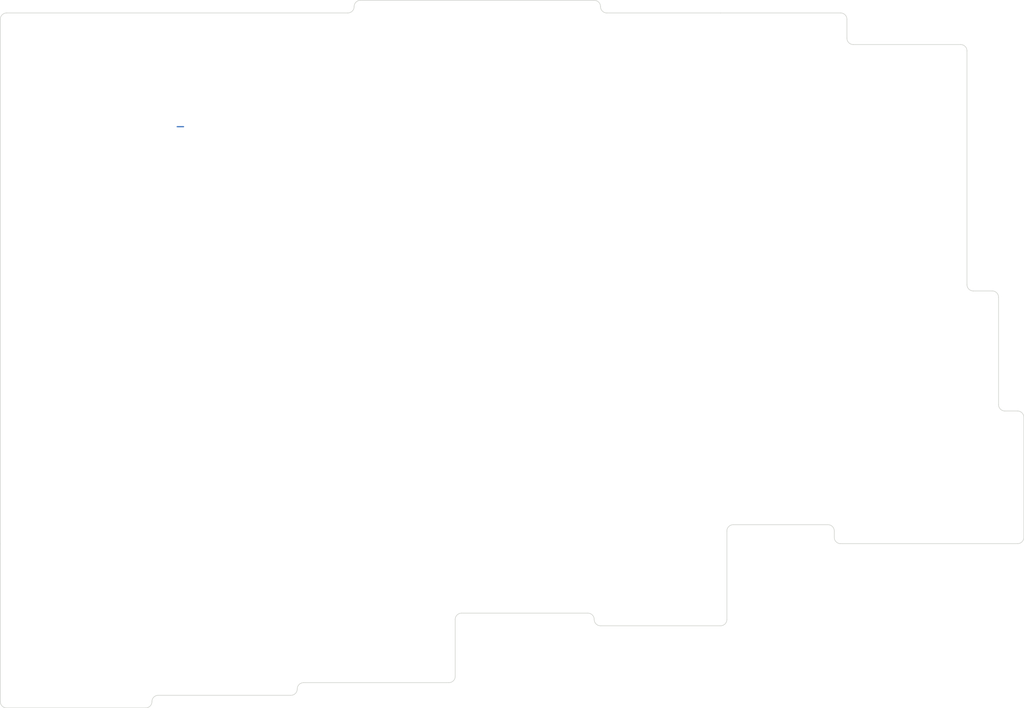
<source format=kicad_pcb>
(kicad_pcb (version 20241229) (generator "pcbnew") (generator_version "9.0")
  (layers (0 "F.Cu" signal) (2 "B.Cu" signal) (13 "F.Paste" user) (15 "B.Paste" user) (5 "F.SilkS" user "F.Silkscreen") (7 "B.SilkS" user "B.Silkscreen") (1 "F.Mask" user) (3 "B.Mask" user) (25 "Edge.Cuts" user))
  (net 0 "")
  (net 1 "Row3")
  (footprint "kbd_Hole:m2_Screw_Hole" (layer "F.Cu") (at 150.625 18.625)
    (property "Reference" "Ref**")
    (property "Value" "Val**")
    (pad "" np_thru_hole circle (at 0 0) (size 2.2 2.2) (drill 2.2) (layers "*.Cu" "*.Mask"))
  )
  (footprint "kbd_Hole:m2_Screw_Hole" (layer "F.Cu") (at 58.625 35.625)
    (property "Reference" "Ref**")
    (property "Value" "Val**")
    (pad "" np_thru_hole circle (at 0 0) (size 2.2 2.2) (drill 2.2) (layers "*.Cu" "*.Mask"))
  )
  (footprint "kbd_Hole:m2_Screw_Hole" (layer "F.Cu") (at 43.625 107.625)
    (property "Reference" "Ref**")
    (property "Value" "Val**")
    (pad "" np_thru_hole circle (at 0 0) (size 2.2 2.2) (drill 2.2) (layers "*.Cu" "*.Mask"))
  )
  (footprint "kbd_Hole:m2_Screw_Hole" (layer "F.Cu") (at 178.625 96.625)
    (property "Reference" "Ref**")
    (property "Value" "Val**")
    (pad "" np_thru_hole circle (at 0 0) (size 2.2 2.2) (drill 2.2) (layers "*.Cu" "*.Mask"))
  )
  (gr_line (start 48.625 33.625) (end 47.625 33.625) (stroke (width 0.2)) (layer "B.Cu") (net 1))
  (gr_line (start 42.625 125.625) (end 20.625 125.625) (stroke (width 0.1)) (layer "Edge.Cuts"))
  (gr_line (start 150.625 96.625) (end 135.625 96.625) (stroke (width 0.1)) (layer "Edge.Cuts"))
  (gr_arc (start 43.625 124.625) (mid 43.917893 123.917893) (end 44.625 123.625) (stroke (width 0.1)) (layer "Edge.Cuts"))
  (gr_arc (start 113.625 13.625) (mid 114.332107 13.917893) (end 114.625 14.625) (stroke (width 0.1)) (layer "Edge.Cuts"))
  (gr_line (start 19.625 124.625) (end 19.625 99.625) (stroke (width 0.1)) (layer "Edge.Cuts"))
  (gr_arc (start 173.625 59.625) (mid 172.917893 59.332107) (end 172.625 58.625) (stroke (width 0.1)) (layer "Edge.Cuts"))
  (gr_arc (start 75.625 14.625) (mid 75.917893 13.917893) (end 76.625 13.625) (stroke (width 0.1)) (layer "Edge.Cuts"))
  (gr_arc (start 43.625 124.625) (mid 43.332107 125.332107) (end 42.625 125.625) (stroke (width 0.1)) (layer "Edge.Cuts"))
  (gr_line (start 133.625 112.625) (end 114.625 112.625) (stroke (width 0.1)) (layer "Edge.Cuts"))
  (gr_arc (start 178.625 78.625) (mid 177.917893 78.332107) (end 177.625 77.625) (stroke (width 0.1)) (layer "Edge.Cuts"))
  (gr_line (start 134.625 97.625) (end 134.625 111.625) (stroke (width 0.1)) (layer "Edge.Cuts"))
  (gr_line (start 112.625 110.625) (end 92.625 110.625) (stroke (width 0.1)) (layer "Edge.Cuts"))
  (gr_arc (start 112.625 110.625) (mid 113.332107 110.917893) (end 113.625 111.625) (stroke (width 0.1)) (layer "Edge.Cuts"))
  (gr_line (start 154.625 20.625) (end 171.625 20.625) (stroke (width 0.1)) (layer "Edge.Cuts"))
  (gr_arc (start 19.625 16.625) (mid 19.917893 15.917893) (end 20.625 15.625) (stroke (width 0.1)) (layer "Edge.Cuts"))
  (gr_line (start 65.625 123.625) (end 44.625 123.625) (stroke (width 0.1)) (layer "Edge.Cuts"))
  (gr_line (start 172.625 58.625) (end 172.625 21.625) (stroke (width 0.1)) (layer "Edge.Cuts"))
  (gr_line (start 181.625 79.625) (end 181.625 98.625) (stroke (width 0.1)) (layer "Edge.Cuts"))
  (gr_arc (start 152.625 99.625) (mid 151.917893 99.332107) (end 151.625 98.625) (stroke (width 0.1)) (layer "Edge.Cuts"))
  (gr_arc (start 181.625 98.625) (mid 181.332107 99.332107) (end 180.625 99.625) (stroke (width 0.1)) (layer "Edge.Cuts"))
  (gr_line (start 178.625 78.625) (end 180.625 78.625) (stroke (width 0.1)) (layer "Edge.Cuts"))
  (gr_line (start 180.625 99.625) (end 152.625 99.625) (stroke (width 0.1)) (layer "Edge.Cuts"))
  (gr_line (start 133.625 15.625) (end 152.625 15.625) (stroke (width 0.1)) (layer "Edge.Cuts"))
  (gr_arc (start 134.625 97.625) (mid 134.917893 96.917893) (end 135.625 96.625) (stroke (width 0.1)) (layer "Edge.Cuts"))
  (gr_arc (start 176.625 59.625) (mid 177.332107 59.917893) (end 177.625 60.625) (stroke (width 0.1)) (layer "Edge.Cuts"))
  (gr_line (start 19.625 99.625) (end 19.625 16.625) (stroke (width 0.1)) (layer "Edge.Cuts"))
  (gr_arc (start 20.625 125.625) (mid 19.917893 125.332107) (end 19.625 124.625) (stroke (width 0.1)) (layer "Edge.Cuts"))
  (gr_line (start 20.625 15.625) (end 74.625 15.625) (stroke (width 0.1)) (layer "Edge.Cuts"))
  (gr_line (start 91.625 111.625) (end 91.625 120.625) (stroke (width 0.1)) (layer "Edge.Cuts"))
  (gr_arc (start 91.625 111.625) (mid 91.917893 110.917893) (end 92.625 110.625) (stroke (width 0.1)) (layer "Edge.Cuts"))
  (gr_line (start 90.625 121.625) (end 67.625 121.625) (stroke (width 0.1)) (layer "Edge.Cuts"))
  (gr_line (start 177.625 60.625) (end 177.625 77.625) (stroke (width 0.1)) (layer "Edge.Cuts"))
  (gr_arc (start 114.625 112.625) (mid 113.917893 112.332107) (end 113.625 111.625) (stroke (width 0.1)) (layer "Edge.Cuts"))
  (gr_arc (start 66.625 122.625) (mid 66.917893 121.917893) (end 67.625 121.625) (stroke (width 0.1)) (layer "Edge.Cuts"))
  (gr_line (start 153.625 16.625) (end 153.625 19.625) (stroke (width 0.1)) (layer "Edge.Cuts"))
  (gr_arc (start 134.625 111.625) (mid 134.332107 112.332107) (end 133.625 112.625) (stroke (width 0.1)) (layer "Edge.Cuts"))
  (gr_arc (start 171.625 20.625) (mid 172.332107 20.917893) (end 172.625 21.625) (stroke (width 0.1)) (layer "Edge.Cuts"))
  (gr_arc (start 66.625 122.625) (mid 66.332107 123.332107) (end 65.625 123.625) (stroke (width 0.1)) (layer "Edge.Cuts"))
  (gr_arc (start 115.625 15.625) (mid 114.917893 15.332107) (end 114.625 14.625) (stroke (width 0.1)) (layer "Edge.Cuts"))
  (gr_arc (start 154.625 20.625) (mid 153.917893 20.332107) (end 153.625 19.625) (stroke (width 0.1)) (layer "Edge.Cuts"))
  (gr_line (start 76.625 13.625) (end 113.625 13.625) (stroke (width 0.1)) (layer "Edge.Cuts"))
  (gr_line (start 151.625 98.625) (end 151.625 97.625) (stroke (width 0.1)) (layer "Edge.Cuts"))
  (gr_line (start 173.625 59.625) (end 176.625 59.625) (stroke (width 0.1)) (layer "Edge.Cuts"))
  (gr_arc (start 180.625 78.625) (mid 181.332107 78.917893) (end 181.625 79.625) (stroke (width 0.1)) (layer "Edge.Cuts"))
  (gr_arc (start 152.625 15.625) (mid 153.332107 15.917893) (end 153.625 16.625) (stroke (width 0.1)) (layer "Edge.Cuts"))
  (gr_arc (start 150.625 96.625) (mid 151.332107 96.917893) (end 151.625 97.625) (stroke (width 0.1)) (layer "Edge.Cuts"))
  (gr_line (start 115.625 15.625) (end 133.625 15.625) (stroke (width 0.1)) (layer "Edge.Cuts"))
  (gr_arc (start 91.625 120.625) (mid 91.332107 121.332107) (end 90.625 121.625) (stroke (width 0.1)) (layer "Edge.Cuts"))
  (gr_arc (start 75.625 14.625) (mid 75.332107 15.332107) (end 74.625 15.625) (stroke (width 0.1)) (layer "Edge.Cuts"))
)
</source>
